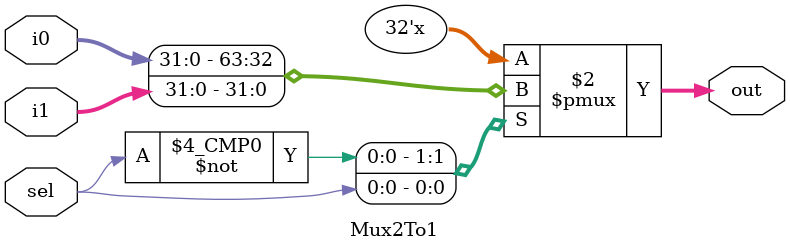
<source format=v>
module Mux2To1 (
    input[31:0] i0,
    input[31:0] i1,
    input sel,
    output reg[31:0] out
);
    always @(sel or i0 or i1) begin
        case (sel)
            0: out <= i0;
            1: out <= i1;
        endcase
    end
endmodule
</source>
